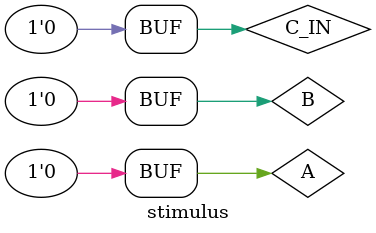
<source format=v>
module fadder (c_out, sum, a, b, c_in);

output c_out, sum;
input a, b, c_in;

assign {c_out, sum} = a + b + c_in;

endmodule

// Define the stimulus (top level module)
module stimulus;

// Set up variables
reg   A, B;
reg C_IN;
wire  SUM;
wire C_OUT;

// Instantiate the 1-bit full adder. call it FA1
fadder FA1(  C_OUT, SUM,  A, B, C_IN);


// Setup the monitoring for the signal values
initial
begin
	$monitor($time," A= %b, B=%b, C_IN= %b,, C_OUT= %b, SUM= %b\n",
													A, B, C_IN, C_OUT, SUM);
end

// Stimulate inputs
initial
begin
	A = 1; B = 1; C_IN = 1;
	#50 A = 1; B = 1; C_IN = 0;
	#50 A = 1; B = 0; C_IN = 1;
	#50 A = 1; B = 0; C_IN = 0;
	#50 A = 0; B = 1; C_IN = 1;
	#50 A = 0; B = 1; C_IN = 0;
	#50 A = 0; B = 0; C_IN = 1;
	#50 A = 0; B = 0; C_IN = 0;

	 
end	

endmodule
</source>
